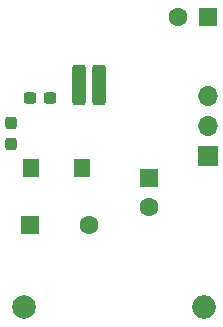
<source format=gbr>
%TF.GenerationSoftware,KiCad,Pcbnew,7.0.1*%
%TF.CreationDate,2023-05-04T15:38:18-07:00*%
%TF.ProjectId,LM2670SX-Carrier,4c4d3236-3730-4535-982d-436172726965,rev?*%
%TF.SameCoordinates,Original*%
%TF.FileFunction,Soldermask,Bot*%
%TF.FilePolarity,Negative*%
%FSLAX46Y46*%
G04 Gerber Fmt 4.6, Leading zero omitted, Abs format (unit mm)*
G04 Created by KiCad (PCBNEW 7.0.1) date 2023-05-04 15:38:18*
%MOMM*%
%LPD*%
G01*
G04 APERTURE LIST*
G04 Aperture macros list*
%AMRoundRect*
0 Rectangle with rounded corners*
0 $1 Rounding radius*
0 $2 $3 $4 $5 $6 $7 $8 $9 X,Y pos of 4 corners*
0 Add a 4 corners polygon primitive as box body*
4,1,4,$2,$3,$4,$5,$6,$7,$8,$9,$2,$3,0*
0 Add four circle primitives for the rounded corners*
1,1,$1+$1,$2,$3*
1,1,$1+$1,$4,$5*
1,1,$1+$1,$6,$7*
1,1,$1+$1,$8,$9*
0 Add four rect primitives between the rounded corners*
20,1,$1+$1,$2,$3,$4,$5,0*
20,1,$1+$1,$4,$5,$6,$7,0*
20,1,$1+$1,$6,$7,$8,$9,0*
20,1,$1+$1,$8,$9,$2,$3,0*%
G04 Aperture macros list end*
%ADD10R,1.700000X1.700000*%
%ADD11O,1.700000X1.700000*%
%ADD12R,1.600000X1.600000*%
%ADD13C,1.600000*%
%ADD14C,2.000000*%
%ADD15O,2.000000X2.000000*%
%ADD16RoundRect,0.250000X0.337500X1.450000X-0.337500X1.450000X-0.337500X-1.450000X0.337500X-1.450000X0*%
%ADD17R,1.450000X1.490000*%
%ADD18RoundRect,0.237500X-0.237500X0.300000X-0.237500X-0.300000X0.237500X-0.300000X0.237500X0.300000X0*%
%ADD19RoundRect,0.237500X0.300000X0.237500X-0.300000X0.237500X-0.300000X-0.237500X0.300000X-0.237500X0*%
G04 APERTURE END LIST*
D10*
%TO.C,J1*%
X188747700Y-101470200D03*
D11*
X188747700Y-98930200D03*
X188747700Y-96390200D03*
%TD*%
D12*
%TO.C,C2*%
X183796514Y-103293055D03*
D13*
X183796514Y-105793055D03*
%TD*%
D12*
%TO.C,C1*%
X188788945Y-89705684D03*
D13*
X186288945Y-89705684D03*
%TD*%
D12*
%TO.C,C5*%
X173687637Y-107336169D03*
D13*
X178687637Y-107336169D03*
%TD*%
D14*
%TO.C,L1*%
X173209934Y-114285576D03*
D15*
X188449934Y-114285576D03*
%TD*%
D16*
%TO.C,R1*%
X179529660Y-95497996D03*
X177854660Y-95497996D03*
%TD*%
D17*
%TO.C,D2*%
X173802430Y-102517684D03*
X178152430Y-102517684D03*
%TD*%
D18*
%TO.C,C4*%
X172100988Y-98684801D03*
X172100988Y-100409801D03*
%TD*%
D19*
%TO.C,C3*%
X175432040Y-96590316D03*
X173707040Y-96590316D03*
%TD*%
M02*

</source>
